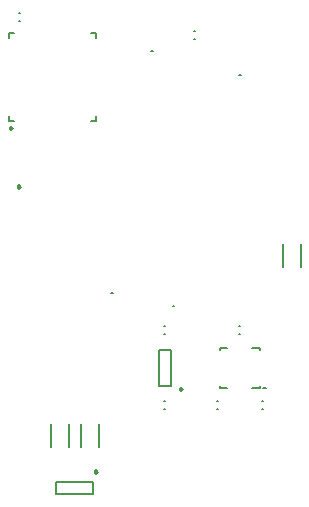
<source format=gto>
G04*
G04 #@! TF.GenerationSoftware,Altium Limited,CircuitStudio,1.5.2 (30)*
G04*
G04 Layer_Color=16777215*
%FSLAX25Y25*%
%MOIN*%
G70*
G01*
G75*
%ADD47C,0.00394*%
%ADD48C,0.00591*%
%ADD49C,0.00984*%
%ADD50C,0.00787*%
%ADD51C,0.01000*%
D47*
X99547Y106988D02*
D03*
X38346Y58012D02*
D03*
X28346D02*
D03*
D48*
X63228Y95472D02*
X62638D01*
X63228D01*
X42795Y100000D02*
X42205D01*
X42795D01*
X85295Y172500D02*
X84705D01*
X85295D01*
X56102Y180650D02*
X55512D01*
X56102D01*
D49*
X9016Y154874D02*
X8278Y155300D01*
Y154448D01*
X9016Y154874D01*
X37579Y40413D02*
X36841Y40840D01*
Y39987D01*
X37579Y40413D01*
X65905Y67913D02*
X65167Y68340D01*
Y67487D01*
X65905Y67913D01*
D50*
X93661Y68307D02*
X92874D01*
X93661D01*
X11303Y193378D02*
X11697D01*
X11303Y190622D02*
X11697D01*
X69803Y187378D02*
X70197D01*
X69803Y184622D02*
X70197D01*
X59803Y61122D02*
X60197D01*
X59803Y63878D02*
X60197D01*
X59803Y88878D02*
X60197D01*
X59803Y86122D02*
X60197D01*
X84803D02*
X85197D01*
X84803Y88878D02*
X85197D01*
X77303Y61122D02*
X77697D01*
X77303Y63878D02*
X77697D01*
X92303D02*
X92697D01*
X92303Y61122D02*
X92697D01*
X99547Y108760D02*
Y116240D01*
X105453Y108760D02*
Y116240D01*
X37953Y48760D02*
Y56240D01*
X32047Y48760D02*
Y56240D01*
X27953Y48760D02*
Y56240D01*
X22047Y48760D02*
Y56240D01*
X7933Y157433D02*
X9606D01*
X7933D02*
Y159106D01*
Y184894D02*
Y186567D01*
X9606D01*
X35394D02*
X37067D01*
Y184894D02*
Y186567D01*
X35394Y157433D02*
X37067D01*
Y159106D01*
X23898Y33031D02*
X36102D01*
X23898Y36968D02*
X36102D01*
X23898Y33031D02*
Y36968D01*
X36102Y33031D02*
Y36968D01*
X58031Y68898D02*
Y81102D01*
X61968Y68898D02*
Y81102D01*
X58031D02*
X61968D01*
X58031Y68898D02*
X61968D01*
X78307Y81693D02*
X80886D01*
X89114D02*
X91693D01*
X78307Y68307D02*
X80886D01*
X89114D02*
X91693D01*
X78307Y81004D02*
Y81693D01*
Y68307D02*
Y68996D01*
X91693Y81004D02*
Y81693D01*
Y68307D02*
Y68996D01*
D51*
X11898Y135406D02*
X11159Y135832D01*
Y134979D01*
X11898Y135406D01*
M02*

</source>
